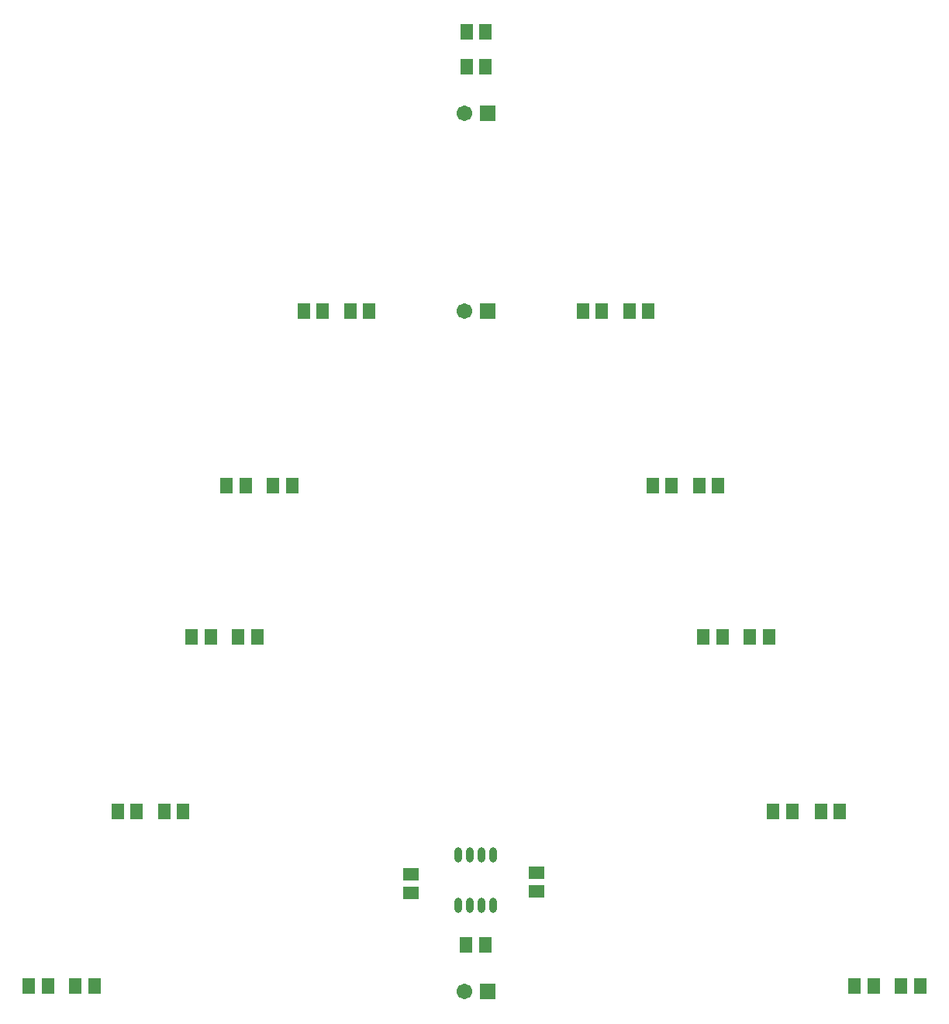
<source format=gts>
G04*
G04 #@! TF.GenerationSoftware,Altium Limited,Altium Designer,22.10.1 (41)*
G04*
G04 Layer_Color=8388736*
%FSLAX25Y25*%
%MOIN*%
G70*
G04*
G04 #@! TF.SameCoordinates,D5E8C374-DC9F-4CCB-AA59-07C5174D7588*
G04*
G04*
G04 #@! TF.FilePolarity,Negative*
G04*
G01*
G75*
%ADD18O,0.03162X0.06509*%
%ADD19R,0.05524X0.06706*%
%ADD20R,0.06902X0.05721*%
%ADD21R,0.06706X0.05524*%
%ADD22R,0.06706X0.06706*%
%ADD23C,0.06706*%
D18*
X241500Y76228D02*
D03*
X236500D02*
D03*
X231500D02*
D03*
X226500D02*
D03*
X241500Y54772D02*
D03*
X236500D02*
D03*
X231500D02*
D03*
X226500D02*
D03*
D19*
X229929Y37591D02*
D03*
X238000D02*
D03*
X238071Y415000D02*
D03*
X230000D02*
D03*
Y430000D02*
D03*
X238071D02*
D03*
X70000Y20000D02*
D03*
X61929D02*
D03*
X396929D02*
D03*
X405000D02*
D03*
X41929D02*
D03*
X50000D02*
D03*
X416929D02*
D03*
X425000D02*
D03*
X361929Y95000D02*
D03*
X370000D02*
D03*
X108071D02*
D03*
X100000D02*
D03*
X390571D02*
D03*
X382500D02*
D03*
X88071D02*
D03*
X80000D02*
D03*
X140000Y170000D02*
D03*
X131929D02*
D03*
X331929D02*
D03*
X340000D02*
D03*
X111929D02*
D03*
X120000D02*
D03*
X351929D02*
D03*
X360000D02*
D03*
X310000Y235000D02*
D03*
X318071D02*
D03*
X155000D02*
D03*
X146929D02*
D03*
X338071D02*
D03*
X330000D02*
D03*
X135000D02*
D03*
X126929D02*
D03*
X188071Y310000D02*
D03*
X180000D02*
D03*
X280000D02*
D03*
X288071D02*
D03*
X160000D02*
D03*
X168071D02*
D03*
X300000D02*
D03*
X308071D02*
D03*
D20*
X260000Y68500D02*
D03*
Y60823D02*
D03*
D21*
X206000Y60000D02*
D03*
Y68071D02*
D03*
D22*
X239000Y395000D02*
D03*
Y310000D02*
D03*
X239000Y17500D02*
D03*
D23*
X229000Y395000D02*
D03*
Y310000D02*
D03*
X229000Y17500D02*
D03*
M02*

</source>
